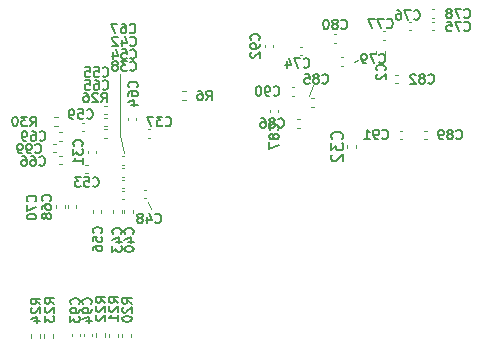
<source format=gbr>
%TF.GenerationSoftware,KiCad,Pcbnew,5.1.9-1.fc33*%
%TF.CreationDate,2021-05-17T09:51:24-07:00*%
%TF.ProjectId,hardware,68617264-7761-4726-952e-6b696361645f,rev?*%
%TF.SameCoordinates,Original*%
%TF.FileFunction,Legend,Bot*%
%TF.FilePolarity,Positive*%
%FSLAX46Y46*%
G04 Gerber Fmt 4.6, Leading zero omitted, Abs format (unit mm)*
G04 Created by KiCad (PCBNEW 5.1.9-1.fc33) date 2021-05-17 09:51:24*
%MOMM*%
%LPD*%
G01*
G04 APERTURE LIST*
%ADD10C,0.120000*%
%ADD11C,0.150000*%
G04 APERTURE END LIST*
D10*
X131889500Y-101409500D02*
X131508500Y-102298500D01*
X135699500Y-99314000D02*
X135318500Y-99441000D01*
X118173500Y-111887000D02*
X117856000Y-111315500D01*
X115506500Y-105600500D02*
X115824000Y-107124500D01*
X115506500Y-100457000D02*
X115506500Y-105600500D01*
%TO.C,C32*%
X134768000Y-106483264D02*
X134768000Y-106698936D01*
X135488000Y-106483264D02*
X135488000Y-106698936D01*
%TO.C,C99*%
X110089836Y-107090800D02*
X109874164Y-107090800D01*
X110089836Y-106370800D02*
X109874164Y-106370800D01*
%TO.C,C94*%
X113163940Y-122454784D02*
X113163940Y-122670456D01*
X112443940Y-122454784D02*
X112443940Y-122670456D01*
%TO.C,C93*%
X112168260Y-122454784D02*
X112168260Y-122670456D01*
X111448260Y-122454784D02*
X111448260Y-122670456D01*
%TO.C,C92*%
X127770300Y-98187336D02*
X127770300Y-97971664D01*
X128490300Y-98187336D02*
X128490300Y-97971664D01*
%TO.C,C91*%
X139211164Y-105253200D02*
X139426836Y-105253200D01*
X139211164Y-105973200D02*
X139426836Y-105973200D01*
%TO.C,C90*%
X130067164Y-101582900D02*
X130282836Y-101582900D01*
X130067164Y-102302900D02*
X130282836Y-102302900D01*
%TO.C,C89*%
X141304124Y-105268440D02*
X141519796Y-105268440D01*
X141304124Y-105988440D02*
X141519796Y-105988440D01*
%TO.C,C87*%
X128202100Y-103701736D02*
X128202100Y-103486064D01*
X128922100Y-103701736D02*
X128922100Y-103486064D01*
%TO.C,C86*%
X130750196Y-105013080D02*
X130534524Y-105013080D01*
X130750196Y-104293080D02*
X130534524Y-104293080D01*
%TO.C,C85*%
X131933836Y-103242700D02*
X131718164Y-103242700D01*
X131933836Y-102522700D02*
X131718164Y-102522700D01*
%TO.C,C82*%
X138830164Y-100528800D02*
X139045836Y-100528800D01*
X138830164Y-101248800D02*
X139045836Y-101248800D01*
%TO.C,C80*%
X133838836Y-97807100D02*
X133623164Y-97807100D01*
X133838836Y-97087100D02*
X133623164Y-97087100D01*
%TO.C,C79*%
X134410336Y-99762900D02*
X134194664Y-99762900D01*
X134410336Y-99042900D02*
X134194664Y-99042900D01*
%TO.C,C78*%
X141916264Y-94991600D02*
X142131936Y-94991600D01*
X141916264Y-95711600D02*
X142131936Y-95711600D01*
%TO.C,C77*%
X137763364Y-96820400D02*
X137979036Y-96820400D01*
X137763364Y-97540400D02*
X137979036Y-97540400D01*
%TO.C,C76*%
X139985864Y-96045700D02*
X140201536Y-96045700D01*
X139985864Y-96765700D02*
X140201536Y-96765700D01*
%TO.C,C75*%
X141916264Y-96045700D02*
X142131936Y-96045700D01*
X141916264Y-96765700D02*
X142131936Y-96765700D01*
%TO.C,C74*%
X130968636Y-98861200D02*
X130752964Y-98861200D01*
X130968636Y-98141200D02*
X130752964Y-98141200D01*
%TO.C,C70*%
X110130000Y-111804336D02*
X110130000Y-111588664D01*
X110850000Y-111804336D02*
X110850000Y-111588664D01*
%TO.C,C69*%
X110597836Y-106100200D02*
X110382164Y-106100200D01*
X110597836Y-105380200D02*
X110382164Y-105380200D01*
%TO.C,C68*%
X111107900Y-111804336D02*
X111107900Y-111588664D01*
X111827900Y-111804336D02*
X111827900Y-111588664D01*
%TO.C,C67*%
X115893736Y-108144900D02*
X115678064Y-108144900D01*
X115893736Y-107424900D02*
X115678064Y-107424900D01*
%TO.C,C66*%
X110597836Y-108081400D02*
X110382164Y-108081400D01*
X110597836Y-107361400D02*
X110382164Y-107361400D01*
%TO.C,C65*%
X114395136Y-104893700D02*
X114179464Y-104893700D01*
X114395136Y-104173700D02*
X114179464Y-104173700D01*
%TO.C,C64*%
X116200600Y-104374836D02*
X116200600Y-104159164D01*
X116920600Y-104374836D02*
X116920600Y-104159164D01*
%TO.C,C59*%
X112274464Y-104567400D02*
X112490136Y-104567400D01*
X112274464Y-105287400D02*
X112490136Y-105287400D01*
%TO.C,C56*%
X113216100Y-112195436D02*
X113216100Y-111979764D01*
X113936100Y-112195436D02*
X113936100Y-111979764D01*
%TO.C,C55*%
X114395136Y-103877700D02*
X114179464Y-103877700D01*
X114395136Y-103157700D02*
X114179464Y-103157700D01*
%TO.C,C54*%
X115881036Y-110113400D02*
X115665364Y-110113400D01*
X115881036Y-109393400D02*
X115665364Y-109393400D01*
%TO.C,C53*%
X112591964Y-108123400D02*
X112807636Y-108123400D01*
X112591964Y-108843400D02*
X112807636Y-108843400D01*
%TO.C,C48*%
X117745396Y-110997320D02*
X117529724Y-110997320D01*
X117745396Y-110277320D02*
X117529724Y-110277320D01*
%TO.C,C43*%
X114943300Y-112203116D02*
X114943300Y-111987444D01*
X115663300Y-112203116D02*
X115663300Y-111987444D01*
%TO.C,C42*%
X115893736Y-109135500D02*
X115678064Y-109135500D01*
X115893736Y-108415500D02*
X115678064Y-108415500D01*
%TO.C,C40*%
X115888180Y-112203116D02*
X115888180Y-111987444D01*
X116608180Y-112203116D02*
X116608180Y-111987444D01*
%TO.C,C38*%
X115881036Y-111053200D02*
X115665364Y-111053200D01*
X115881036Y-110333200D02*
X115665364Y-110333200D01*
%TO.C,C37*%
X117856163Y-105141440D02*
X118071835Y-105141440D01*
X117856163Y-105861440D02*
X118071835Y-105861440D01*
%TO.C,C31*%
X113517000Y-106940464D02*
X113517000Y-107156136D01*
X112797000Y-106940464D02*
X112797000Y-107156136D01*
%TO.C,C2*%
X137939100Y-98507664D02*
X137939100Y-98723336D01*
X137219100Y-98507664D02*
X137219100Y-98723336D01*
%TO.C,R30*%
X110237241Y-104850200D02*
X109929959Y-104850200D01*
X110237241Y-104090200D02*
X109929959Y-104090200D01*
%TO.C,R26*%
X114453641Y-105904300D02*
X114146359Y-105904300D01*
X114453641Y-105144300D02*
X114146359Y-105144300D01*
%TO.C,R24*%
X108761800Y-122797541D02*
X108761800Y-122490259D01*
X108001800Y-122797541D02*
X108001800Y-122490259D01*
%TO.C,R23*%
X109841300Y-122810241D02*
X109841300Y-122502959D01*
X109081300Y-122810241D02*
X109081300Y-122502959D01*
%TO.C,R22*%
X114273600Y-122734041D02*
X114273600Y-122426759D01*
X113513600Y-122734041D02*
X113513600Y-122426759D01*
%TO.C,R21*%
X115378500Y-122746741D02*
X115378500Y-122439459D01*
X114618500Y-122746741D02*
X114618500Y-122439459D01*
%TO.C,R20*%
X116470700Y-122746741D02*
X116470700Y-122439459D01*
X115710700Y-122746741D02*
X115710700Y-122439459D01*
%TO.C,R6*%
X120785919Y-102660720D02*
X121093201Y-102660720D01*
X120785919Y-101900720D02*
X121093201Y-101900720D01*
%TO.C,C32*%
D11*
X134325142Y-105948242D02*
X134372761Y-105900623D01*
X134420380Y-105757766D01*
X134420380Y-105662528D01*
X134372761Y-105519671D01*
X134277523Y-105424433D01*
X134182285Y-105376814D01*
X133991809Y-105329195D01*
X133848952Y-105329195D01*
X133658476Y-105376814D01*
X133563238Y-105424433D01*
X133468000Y-105519671D01*
X133420380Y-105662528D01*
X133420380Y-105757766D01*
X133468000Y-105900623D01*
X133515619Y-105948242D01*
X133420380Y-106281576D02*
X133420380Y-106900623D01*
X133801333Y-106567290D01*
X133801333Y-106710147D01*
X133848952Y-106805385D01*
X133896571Y-106853004D01*
X133991809Y-106900623D01*
X134229904Y-106900623D01*
X134325142Y-106853004D01*
X134372761Y-106805385D01*
X134420380Y-106710147D01*
X134420380Y-106424433D01*
X134372761Y-106329195D01*
X134325142Y-106281576D01*
X133515619Y-107281576D02*
X133468000Y-107329195D01*
X133420380Y-107424433D01*
X133420380Y-107662528D01*
X133468000Y-107757766D01*
X133515619Y-107805385D01*
X133610857Y-107853004D01*
X133706095Y-107853004D01*
X133848952Y-107805385D01*
X134420380Y-107233957D01*
X134420380Y-107853004D01*
%TO.C,C99*%
X108337285Y-107092714D02*
X108375380Y-107130809D01*
X108489666Y-107168904D01*
X108565857Y-107168904D01*
X108680142Y-107130809D01*
X108756333Y-107054619D01*
X108794428Y-106978428D01*
X108832523Y-106826047D01*
X108832523Y-106711761D01*
X108794428Y-106559380D01*
X108756333Y-106483190D01*
X108680142Y-106407000D01*
X108565857Y-106368904D01*
X108489666Y-106368904D01*
X108375380Y-106407000D01*
X108337285Y-106445095D01*
X107956333Y-107168904D02*
X107803952Y-107168904D01*
X107727761Y-107130809D01*
X107689666Y-107092714D01*
X107613476Y-106978428D01*
X107575380Y-106826047D01*
X107575380Y-106521285D01*
X107613476Y-106445095D01*
X107651571Y-106407000D01*
X107727761Y-106368904D01*
X107880142Y-106368904D01*
X107956333Y-106407000D01*
X107994428Y-106445095D01*
X108032523Y-106521285D01*
X108032523Y-106711761D01*
X107994428Y-106787952D01*
X107956333Y-106826047D01*
X107880142Y-106864142D01*
X107727761Y-106864142D01*
X107651571Y-106826047D01*
X107613476Y-106787952D01*
X107575380Y-106711761D01*
X107194428Y-107168904D02*
X107042047Y-107168904D01*
X106965857Y-107130809D01*
X106927761Y-107092714D01*
X106851571Y-106978428D01*
X106813476Y-106826047D01*
X106813476Y-106521285D01*
X106851571Y-106445095D01*
X106889666Y-106407000D01*
X106965857Y-106368904D01*
X107118238Y-106368904D01*
X107194428Y-106407000D01*
X107232523Y-106445095D01*
X107270619Y-106521285D01*
X107270619Y-106711761D01*
X107232523Y-106787952D01*
X107194428Y-106826047D01*
X107118238Y-106864142D01*
X106965857Y-106864142D01*
X106889666Y-106826047D01*
X106851571Y-106787952D01*
X106813476Y-106711761D01*
%TO.C,C94*%
X113061714Y-119945214D02*
X113099809Y-119907119D01*
X113137904Y-119792833D01*
X113137904Y-119716642D01*
X113099809Y-119602357D01*
X113023619Y-119526166D01*
X112947428Y-119488071D01*
X112795047Y-119449976D01*
X112680761Y-119449976D01*
X112528380Y-119488071D01*
X112452190Y-119526166D01*
X112376000Y-119602357D01*
X112337904Y-119716642D01*
X112337904Y-119792833D01*
X112376000Y-119907119D01*
X112414095Y-119945214D01*
X113137904Y-120326166D02*
X113137904Y-120478547D01*
X113099809Y-120554738D01*
X113061714Y-120592833D01*
X112947428Y-120669023D01*
X112795047Y-120707119D01*
X112490285Y-120707119D01*
X112414095Y-120669023D01*
X112376000Y-120630928D01*
X112337904Y-120554738D01*
X112337904Y-120402357D01*
X112376000Y-120326166D01*
X112414095Y-120288071D01*
X112490285Y-120249976D01*
X112680761Y-120249976D01*
X112756952Y-120288071D01*
X112795047Y-120326166D01*
X112833142Y-120402357D01*
X112833142Y-120554738D01*
X112795047Y-120630928D01*
X112756952Y-120669023D01*
X112680761Y-120707119D01*
X112604571Y-121392833D02*
X113137904Y-121392833D01*
X112299809Y-121202357D02*
X112871238Y-121011880D01*
X112871238Y-121507119D01*
%TO.C,C93*%
X112045714Y-119945214D02*
X112083809Y-119907119D01*
X112121904Y-119792833D01*
X112121904Y-119716642D01*
X112083809Y-119602357D01*
X112007619Y-119526166D01*
X111931428Y-119488071D01*
X111779047Y-119449976D01*
X111664761Y-119449976D01*
X111512380Y-119488071D01*
X111436190Y-119526166D01*
X111360000Y-119602357D01*
X111321904Y-119716642D01*
X111321904Y-119792833D01*
X111360000Y-119907119D01*
X111398095Y-119945214D01*
X112121904Y-120326166D02*
X112121904Y-120478547D01*
X112083809Y-120554738D01*
X112045714Y-120592833D01*
X111931428Y-120669023D01*
X111779047Y-120707119D01*
X111474285Y-120707119D01*
X111398095Y-120669023D01*
X111360000Y-120630928D01*
X111321904Y-120554738D01*
X111321904Y-120402357D01*
X111360000Y-120326166D01*
X111398095Y-120288071D01*
X111474285Y-120249976D01*
X111664761Y-120249976D01*
X111740952Y-120288071D01*
X111779047Y-120326166D01*
X111817142Y-120402357D01*
X111817142Y-120554738D01*
X111779047Y-120630928D01*
X111740952Y-120669023D01*
X111664761Y-120707119D01*
X111321904Y-120973785D02*
X111321904Y-121469023D01*
X111626666Y-121202357D01*
X111626666Y-121316642D01*
X111664761Y-121392833D01*
X111702857Y-121430928D01*
X111779047Y-121469023D01*
X111969523Y-121469023D01*
X112045714Y-121430928D01*
X112083809Y-121392833D01*
X112121904Y-121316642D01*
X112121904Y-121088071D01*
X112083809Y-121011880D01*
X112045714Y-120973785D01*
%TO.C,C92*%
X127285714Y-97565214D02*
X127323809Y-97527119D01*
X127361904Y-97412833D01*
X127361904Y-97336642D01*
X127323809Y-97222357D01*
X127247619Y-97146166D01*
X127171428Y-97108071D01*
X127019047Y-97069976D01*
X126904761Y-97069976D01*
X126752380Y-97108071D01*
X126676190Y-97146166D01*
X126600000Y-97222357D01*
X126561904Y-97336642D01*
X126561904Y-97412833D01*
X126600000Y-97527119D01*
X126638095Y-97565214D01*
X127361904Y-97946166D02*
X127361904Y-98098547D01*
X127323809Y-98174738D01*
X127285714Y-98212833D01*
X127171428Y-98289023D01*
X127019047Y-98327119D01*
X126714285Y-98327119D01*
X126638095Y-98289023D01*
X126600000Y-98250928D01*
X126561904Y-98174738D01*
X126561904Y-98022357D01*
X126600000Y-97946166D01*
X126638095Y-97908071D01*
X126714285Y-97869976D01*
X126904761Y-97869976D01*
X126980952Y-97908071D01*
X127019047Y-97946166D01*
X127057142Y-98022357D01*
X127057142Y-98174738D01*
X127019047Y-98250928D01*
X126980952Y-98289023D01*
X126904761Y-98327119D01*
X126638095Y-98631880D02*
X126600000Y-98669976D01*
X126561904Y-98746166D01*
X126561904Y-98936642D01*
X126600000Y-99012833D01*
X126638095Y-99050928D01*
X126714285Y-99089023D01*
X126790476Y-99089023D01*
X126904761Y-99050928D01*
X127361904Y-98593785D01*
X127361904Y-99089023D01*
%TO.C,C91*%
X137737785Y-105886214D02*
X137775880Y-105924309D01*
X137890166Y-105962404D01*
X137966357Y-105962404D01*
X138080642Y-105924309D01*
X138156833Y-105848119D01*
X138194928Y-105771928D01*
X138233023Y-105619547D01*
X138233023Y-105505261D01*
X138194928Y-105352880D01*
X138156833Y-105276690D01*
X138080642Y-105200500D01*
X137966357Y-105162404D01*
X137890166Y-105162404D01*
X137775880Y-105200500D01*
X137737785Y-105238595D01*
X137356833Y-105962404D02*
X137204452Y-105962404D01*
X137128261Y-105924309D01*
X137090166Y-105886214D01*
X137013976Y-105771928D01*
X136975880Y-105619547D01*
X136975880Y-105314785D01*
X137013976Y-105238595D01*
X137052071Y-105200500D01*
X137128261Y-105162404D01*
X137280642Y-105162404D01*
X137356833Y-105200500D01*
X137394928Y-105238595D01*
X137433023Y-105314785D01*
X137433023Y-105505261D01*
X137394928Y-105581452D01*
X137356833Y-105619547D01*
X137280642Y-105657642D01*
X137128261Y-105657642D01*
X137052071Y-105619547D01*
X137013976Y-105581452D01*
X136975880Y-105505261D01*
X136213976Y-105962404D02*
X136671119Y-105962404D01*
X136442547Y-105962404D02*
X136442547Y-105162404D01*
X136518738Y-105276690D01*
X136594928Y-105352880D01*
X136671119Y-105390976D01*
%TO.C,C90*%
X128530285Y-102203214D02*
X128568380Y-102241309D01*
X128682666Y-102279404D01*
X128758857Y-102279404D01*
X128873142Y-102241309D01*
X128949333Y-102165119D01*
X128987428Y-102088928D01*
X129025523Y-101936547D01*
X129025523Y-101822261D01*
X128987428Y-101669880D01*
X128949333Y-101593690D01*
X128873142Y-101517500D01*
X128758857Y-101479404D01*
X128682666Y-101479404D01*
X128568380Y-101517500D01*
X128530285Y-101555595D01*
X128149333Y-102279404D02*
X127996952Y-102279404D01*
X127920761Y-102241309D01*
X127882666Y-102203214D01*
X127806476Y-102088928D01*
X127768380Y-101936547D01*
X127768380Y-101631785D01*
X127806476Y-101555595D01*
X127844571Y-101517500D01*
X127920761Y-101479404D01*
X128073142Y-101479404D01*
X128149333Y-101517500D01*
X128187428Y-101555595D01*
X128225523Y-101631785D01*
X128225523Y-101822261D01*
X128187428Y-101898452D01*
X128149333Y-101936547D01*
X128073142Y-101974642D01*
X127920761Y-101974642D01*
X127844571Y-101936547D01*
X127806476Y-101898452D01*
X127768380Y-101822261D01*
X127273142Y-101479404D02*
X127196952Y-101479404D01*
X127120761Y-101517500D01*
X127082666Y-101555595D01*
X127044571Y-101631785D01*
X127006476Y-101784166D01*
X127006476Y-101974642D01*
X127044571Y-102127023D01*
X127082666Y-102203214D01*
X127120761Y-102241309D01*
X127196952Y-102279404D01*
X127273142Y-102279404D01*
X127349333Y-102241309D01*
X127387428Y-102203214D01*
X127425523Y-102127023D01*
X127463619Y-101974642D01*
X127463619Y-101784166D01*
X127425523Y-101631785D01*
X127387428Y-101555595D01*
X127349333Y-101517500D01*
X127273142Y-101479404D01*
%TO.C,C89*%
X143983645Y-105888754D02*
X144021740Y-105926849D01*
X144136026Y-105964944D01*
X144212217Y-105964944D01*
X144326502Y-105926849D01*
X144402693Y-105850659D01*
X144440788Y-105774468D01*
X144478883Y-105622087D01*
X144478883Y-105507801D01*
X144440788Y-105355420D01*
X144402693Y-105279230D01*
X144326502Y-105203040D01*
X144212217Y-105164944D01*
X144136026Y-105164944D01*
X144021740Y-105203040D01*
X143983645Y-105241135D01*
X143526502Y-105507801D02*
X143602693Y-105469706D01*
X143640788Y-105431611D01*
X143678883Y-105355420D01*
X143678883Y-105317325D01*
X143640788Y-105241135D01*
X143602693Y-105203040D01*
X143526502Y-105164944D01*
X143374121Y-105164944D01*
X143297931Y-105203040D01*
X143259836Y-105241135D01*
X143221740Y-105317325D01*
X143221740Y-105355420D01*
X143259836Y-105431611D01*
X143297931Y-105469706D01*
X143374121Y-105507801D01*
X143526502Y-105507801D01*
X143602693Y-105545897D01*
X143640788Y-105583992D01*
X143678883Y-105660182D01*
X143678883Y-105812563D01*
X143640788Y-105888754D01*
X143602693Y-105926849D01*
X143526502Y-105964944D01*
X143374121Y-105964944D01*
X143297931Y-105926849D01*
X143259836Y-105888754D01*
X143221740Y-105812563D01*
X143221740Y-105660182D01*
X143259836Y-105583992D01*
X143297931Y-105545897D01*
X143374121Y-105507801D01*
X142840788Y-105964944D02*
X142688407Y-105964944D01*
X142612217Y-105926849D01*
X142574121Y-105888754D01*
X142497931Y-105774468D01*
X142459836Y-105622087D01*
X142459836Y-105317325D01*
X142497931Y-105241135D01*
X142536026Y-105203040D01*
X142612217Y-105164944D01*
X142764598Y-105164944D01*
X142840788Y-105203040D01*
X142878883Y-105241135D01*
X142916979Y-105317325D01*
X142916979Y-105507801D01*
X142878883Y-105583992D01*
X142840788Y-105622087D01*
X142764598Y-105660182D01*
X142612217Y-105660182D01*
X142536026Y-105622087D01*
X142497931Y-105583992D01*
X142459836Y-105507801D01*
%TO.C,C87*%
X128873214Y-105213214D02*
X128911309Y-105175119D01*
X128949404Y-105060833D01*
X128949404Y-104984642D01*
X128911309Y-104870357D01*
X128835119Y-104794166D01*
X128758928Y-104756071D01*
X128606547Y-104717976D01*
X128492261Y-104717976D01*
X128339880Y-104756071D01*
X128263690Y-104794166D01*
X128187500Y-104870357D01*
X128149404Y-104984642D01*
X128149404Y-105060833D01*
X128187500Y-105175119D01*
X128225595Y-105213214D01*
X128492261Y-105670357D02*
X128454166Y-105594166D01*
X128416071Y-105556071D01*
X128339880Y-105517976D01*
X128301785Y-105517976D01*
X128225595Y-105556071D01*
X128187500Y-105594166D01*
X128149404Y-105670357D01*
X128149404Y-105822738D01*
X128187500Y-105898928D01*
X128225595Y-105937023D01*
X128301785Y-105975119D01*
X128339880Y-105975119D01*
X128416071Y-105937023D01*
X128454166Y-105898928D01*
X128492261Y-105822738D01*
X128492261Y-105670357D01*
X128530357Y-105594166D01*
X128568452Y-105556071D01*
X128644642Y-105517976D01*
X128797023Y-105517976D01*
X128873214Y-105556071D01*
X128911309Y-105594166D01*
X128949404Y-105670357D01*
X128949404Y-105822738D01*
X128911309Y-105898928D01*
X128873214Y-105937023D01*
X128797023Y-105975119D01*
X128644642Y-105975119D01*
X128568452Y-105937023D01*
X128530357Y-105898928D01*
X128492261Y-105822738D01*
X128149404Y-106241785D02*
X128149404Y-106775119D01*
X128949404Y-106432261D01*
%TO.C,C86*%
X128934145Y-104926094D02*
X128972240Y-104964189D01*
X129086526Y-105002284D01*
X129162717Y-105002284D01*
X129277002Y-104964189D01*
X129353193Y-104887999D01*
X129391288Y-104811808D01*
X129429383Y-104659427D01*
X129429383Y-104545141D01*
X129391288Y-104392760D01*
X129353193Y-104316570D01*
X129277002Y-104240380D01*
X129162717Y-104202284D01*
X129086526Y-104202284D01*
X128972240Y-104240380D01*
X128934145Y-104278475D01*
X128477002Y-104545141D02*
X128553193Y-104507046D01*
X128591288Y-104468951D01*
X128629383Y-104392760D01*
X128629383Y-104354665D01*
X128591288Y-104278475D01*
X128553193Y-104240380D01*
X128477002Y-104202284D01*
X128324621Y-104202284D01*
X128248431Y-104240380D01*
X128210336Y-104278475D01*
X128172240Y-104354665D01*
X128172240Y-104392760D01*
X128210336Y-104468951D01*
X128248431Y-104507046D01*
X128324621Y-104545141D01*
X128477002Y-104545141D01*
X128553193Y-104583237D01*
X128591288Y-104621332D01*
X128629383Y-104697522D01*
X128629383Y-104849903D01*
X128591288Y-104926094D01*
X128553193Y-104964189D01*
X128477002Y-105002284D01*
X128324621Y-105002284D01*
X128248431Y-104964189D01*
X128210336Y-104926094D01*
X128172240Y-104849903D01*
X128172240Y-104697522D01*
X128210336Y-104621332D01*
X128248431Y-104583237D01*
X128324621Y-104545141D01*
X127486526Y-104202284D02*
X127638907Y-104202284D01*
X127715098Y-104240380D01*
X127753193Y-104278475D01*
X127829383Y-104392760D01*
X127867479Y-104545141D01*
X127867479Y-104849903D01*
X127829383Y-104926094D01*
X127791288Y-104964189D01*
X127715098Y-105002284D01*
X127562717Y-105002284D01*
X127486526Y-104964189D01*
X127448431Y-104926094D01*
X127410336Y-104849903D01*
X127410336Y-104659427D01*
X127448431Y-104583237D01*
X127486526Y-104545141D01*
X127562717Y-104507046D01*
X127715098Y-104507046D01*
X127791288Y-104545141D01*
X127829383Y-104583237D01*
X127867479Y-104659427D01*
%TO.C,C85*%
X132657785Y-101187214D02*
X132695880Y-101225309D01*
X132810166Y-101263404D01*
X132886357Y-101263404D01*
X133000642Y-101225309D01*
X133076833Y-101149119D01*
X133114928Y-101072928D01*
X133153023Y-100920547D01*
X133153023Y-100806261D01*
X133114928Y-100653880D01*
X133076833Y-100577690D01*
X133000642Y-100501500D01*
X132886357Y-100463404D01*
X132810166Y-100463404D01*
X132695880Y-100501500D01*
X132657785Y-100539595D01*
X132200642Y-100806261D02*
X132276833Y-100768166D01*
X132314928Y-100730071D01*
X132353023Y-100653880D01*
X132353023Y-100615785D01*
X132314928Y-100539595D01*
X132276833Y-100501500D01*
X132200642Y-100463404D01*
X132048261Y-100463404D01*
X131972071Y-100501500D01*
X131933976Y-100539595D01*
X131895880Y-100615785D01*
X131895880Y-100653880D01*
X131933976Y-100730071D01*
X131972071Y-100768166D01*
X132048261Y-100806261D01*
X132200642Y-100806261D01*
X132276833Y-100844357D01*
X132314928Y-100882452D01*
X132353023Y-100958642D01*
X132353023Y-101111023D01*
X132314928Y-101187214D01*
X132276833Y-101225309D01*
X132200642Y-101263404D01*
X132048261Y-101263404D01*
X131972071Y-101225309D01*
X131933976Y-101187214D01*
X131895880Y-101111023D01*
X131895880Y-100958642D01*
X131933976Y-100882452D01*
X131972071Y-100844357D01*
X132048261Y-100806261D01*
X131172071Y-100463404D02*
X131553023Y-100463404D01*
X131591119Y-100844357D01*
X131553023Y-100806261D01*
X131476833Y-100768166D01*
X131286357Y-100768166D01*
X131210166Y-100806261D01*
X131172071Y-100844357D01*
X131133976Y-100920547D01*
X131133976Y-101111023D01*
X131172071Y-101187214D01*
X131210166Y-101225309D01*
X131286357Y-101263404D01*
X131476833Y-101263404D01*
X131553023Y-101225309D01*
X131591119Y-101187214D01*
%TO.C,C82*%
X141611285Y-101187214D02*
X141649380Y-101225309D01*
X141763666Y-101263404D01*
X141839857Y-101263404D01*
X141954142Y-101225309D01*
X142030333Y-101149119D01*
X142068428Y-101072928D01*
X142106523Y-100920547D01*
X142106523Y-100806261D01*
X142068428Y-100653880D01*
X142030333Y-100577690D01*
X141954142Y-100501500D01*
X141839857Y-100463404D01*
X141763666Y-100463404D01*
X141649380Y-100501500D01*
X141611285Y-100539595D01*
X141154142Y-100806261D02*
X141230333Y-100768166D01*
X141268428Y-100730071D01*
X141306523Y-100653880D01*
X141306523Y-100615785D01*
X141268428Y-100539595D01*
X141230333Y-100501500D01*
X141154142Y-100463404D01*
X141001761Y-100463404D01*
X140925571Y-100501500D01*
X140887476Y-100539595D01*
X140849380Y-100615785D01*
X140849380Y-100653880D01*
X140887476Y-100730071D01*
X140925571Y-100768166D01*
X141001761Y-100806261D01*
X141154142Y-100806261D01*
X141230333Y-100844357D01*
X141268428Y-100882452D01*
X141306523Y-100958642D01*
X141306523Y-101111023D01*
X141268428Y-101187214D01*
X141230333Y-101225309D01*
X141154142Y-101263404D01*
X141001761Y-101263404D01*
X140925571Y-101225309D01*
X140887476Y-101187214D01*
X140849380Y-101111023D01*
X140849380Y-100958642D01*
X140887476Y-100882452D01*
X140925571Y-100844357D01*
X141001761Y-100806261D01*
X140544619Y-100539595D02*
X140506523Y-100501500D01*
X140430333Y-100463404D01*
X140239857Y-100463404D01*
X140163666Y-100501500D01*
X140125571Y-100539595D01*
X140087476Y-100615785D01*
X140087476Y-100691976D01*
X140125571Y-100806261D01*
X140582714Y-101263404D01*
X140087476Y-101263404D01*
%TO.C,C80*%
X134245285Y-96572814D02*
X134283380Y-96610909D01*
X134397666Y-96649004D01*
X134473857Y-96649004D01*
X134588142Y-96610909D01*
X134664333Y-96534719D01*
X134702428Y-96458528D01*
X134740523Y-96306147D01*
X134740523Y-96191861D01*
X134702428Y-96039480D01*
X134664333Y-95963290D01*
X134588142Y-95887100D01*
X134473857Y-95849004D01*
X134397666Y-95849004D01*
X134283380Y-95887100D01*
X134245285Y-95925195D01*
X133788142Y-96191861D02*
X133864333Y-96153766D01*
X133902428Y-96115671D01*
X133940523Y-96039480D01*
X133940523Y-96001385D01*
X133902428Y-95925195D01*
X133864333Y-95887100D01*
X133788142Y-95849004D01*
X133635761Y-95849004D01*
X133559571Y-95887100D01*
X133521476Y-95925195D01*
X133483380Y-96001385D01*
X133483380Y-96039480D01*
X133521476Y-96115671D01*
X133559571Y-96153766D01*
X133635761Y-96191861D01*
X133788142Y-96191861D01*
X133864333Y-96229957D01*
X133902428Y-96268052D01*
X133940523Y-96344242D01*
X133940523Y-96496623D01*
X133902428Y-96572814D01*
X133864333Y-96610909D01*
X133788142Y-96649004D01*
X133635761Y-96649004D01*
X133559571Y-96610909D01*
X133521476Y-96572814D01*
X133483380Y-96496623D01*
X133483380Y-96344242D01*
X133521476Y-96268052D01*
X133559571Y-96229957D01*
X133635761Y-96191861D01*
X132988142Y-95849004D02*
X132911952Y-95849004D01*
X132835761Y-95887100D01*
X132797666Y-95925195D01*
X132759571Y-96001385D01*
X132721476Y-96153766D01*
X132721476Y-96344242D01*
X132759571Y-96496623D01*
X132797666Y-96572814D01*
X132835761Y-96610909D01*
X132911952Y-96649004D01*
X132988142Y-96649004D01*
X133064333Y-96610909D01*
X133102428Y-96572814D01*
X133140523Y-96496623D01*
X133178619Y-96344242D01*
X133178619Y-96153766D01*
X133140523Y-96001385D01*
X133102428Y-95925195D01*
X133064333Y-95887100D01*
X132988142Y-95849004D01*
%TO.C,C79*%
X137483785Y-99472714D02*
X137521880Y-99510809D01*
X137636166Y-99548904D01*
X137712357Y-99548904D01*
X137826642Y-99510809D01*
X137902833Y-99434619D01*
X137940928Y-99358428D01*
X137979023Y-99206047D01*
X137979023Y-99091761D01*
X137940928Y-98939380D01*
X137902833Y-98863190D01*
X137826642Y-98787000D01*
X137712357Y-98748904D01*
X137636166Y-98748904D01*
X137521880Y-98787000D01*
X137483785Y-98825095D01*
X137217119Y-98748904D02*
X136683785Y-98748904D01*
X137026642Y-99548904D01*
X136340928Y-99548904D02*
X136188547Y-99548904D01*
X136112357Y-99510809D01*
X136074261Y-99472714D01*
X135998071Y-99358428D01*
X135959976Y-99206047D01*
X135959976Y-98901285D01*
X135998071Y-98825095D01*
X136036166Y-98787000D01*
X136112357Y-98748904D01*
X136264738Y-98748904D01*
X136340928Y-98787000D01*
X136379023Y-98825095D01*
X136417119Y-98901285D01*
X136417119Y-99091761D01*
X136379023Y-99167952D01*
X136340928Y-99206047D01*
X136264738Y-99244142D01*
X136112357Y-99244142D01*
X136036166Y-99206047D01*
X135998071Y-99167952D01*
X135959976Y-99091761D01*
%TO.C,C78*%
X144659285Y-95662714D02*
X144697380Y-95700809D01*
X144811666Y-95738904D01*
X144887857Y-95738904D01*
X145002142Y-95700809D01*
X145078333Y-95624619D01*
X145116428Y-95548428D01*
X145154523Y-95396047D01*
X145154523Y-95281761D01*
X145116428Y-95129380D01*
X145078333Y-95053190D01*
X145002142Y-94977000D01*
X144887857Y-94938904D01*
X144811666Y-94938904D01*
X144697380Y-94977000D01*
X144659285Y-95015095D01*
X144392619Y-94938904D02*
X143859285Y-94938904D01*
X144202142Y-95738904D01*
X143440238Y-95281761D02*
X143516428Y-95243666D01*
X143554523Y-95205571D01*
X143592619Y-95129380D01*
X143592619Y-95091285D01*
X143554523Y-95015095D01*
X143516428Y-94977000D01*
X143440238Y-94938904D01*
X143287857Y-94938904D01*
X143211666Y-94977000D01*
X143173571Y-95015095D01*
X143135476Y-95091285D01*
X143135476Y-95129380D01*
X143173571Y-95205571D01*
X143211666Y-95243666D01*
X143287857Y-95281761D01*
X143440238Y-95281761D01*
X143516428Y-95319857D01*
X143554523Y-95357952D01*
X143592619Y-95434142D01*
X143592619Y-95586523D01*
X143554523Y-95662714D01*
X143516428Y-95700809D01*
X143440238Y-95738904D01*
X143287857Y-95738904D01*
X143211666Y-95700809D01*
X143173571Y-95662714D01*
X143135476Y-95586523D01*
X143135476Y-95434142D01*
X143173571Y-95357952D01*
X143211666Y-95319857D01*
X143287857Y-95281761D01*
%TO.C,C77*%
X138118785Y-96488214D02*
X138156880Y-96526309D01*
X138271166Y-96564404D01*
X138347357Y-96564404D01*
X138461642Y-96526309D01*
X138537833Y-96450119D01*
X138575928Y-96373928D01*
X138614023Y-96221547D01*
X138614023Y-96107261D01*
X138575928Y-95954880D01*
X138537833Y-95878690D01*
X138461642Y-95802500D01*
X138347357Y-95764404D01*
X138271166Y-95764404D01*
X138156880Y-95802500D01*
X138118785Y-95840595D01*
X137852119Y-95764404D02*
X137318785Y-95764404D01*
X137661642Y-96564404D01*
X137090214Y-95764404D02*
X136556880Y-95764404D01*
X136899738Y-96564404D01*
%TO.C,C76*%
X140404785Y-95789714D02*
X140442880Y-95827809D01*
X140557166Y-95865904D01*
X140633357Y-95865904D01*
X140747642Y-95827809D01*
X140823833Y-95751619D01*
X140861928Y-95675428D01*
X140900023Y-95523047D01*
X140900023Y-95408761D01*
X140861928Y-95256380D01*
X140823833Y-95180190D01*
X140747642Y-95104000D01*
X140633357Y-95065904D01*
X140557166Y-95065904D01*
X140442880Y-95104000D01*
X140404785Y-95142095D01*
X140138119Y-95065904D02*
X139604785Y-95065904D01*
X139947642Y-95865904D01*
X138957166Y-95065904D02*
X139109547Y-95065904D01*
X139185738Y-95104000D01*
X139223833Y-95142095D01*
X139300023Y-95256380D01*
X139338119Y-95408761D01*
X139338119Y-95713523D01*
X139300023Y-95789714D01*
X139261928Y-95827809D01*
X139185738Y-95865904D01*
X139033357Y-95865904D01*
X138957166Y-95827809D01*
X138919071Y-95789714D01*
X138880976Y-95713523D01*
X138880976Y-95523047D01*
X138919071Y-95446857D01*
X138957166Y-95408761D01*
X139033357Y-95370666D01*
X139185738Y-95370666D01*
X139261928Y-95408761D01*
X139300023Y-95446857D01*
X139338119Y-95523047D01*
%TO.C,C75*%
X144659285Y-96742214D02*
X144697380Y-96780309D01*
X144811666Y-96818404D01*
X144887857Y-96818404D01*
X145002142Y-96780309D01*
X145078333Y-96704119D01*
X145116428Y-96627928D01*
X145154523Y-96475547D01*
X145154523Y-96361261D01*
X145116428Y-96208880D01*
X145078333Y-96132690D01*
X145002142Y-96056500D01*
X144887857Y-96018404D01*
X144811666Y-96018404D01*
X144697380Y-96056500D01*
X144659285Y-96094595D01*
X144392619Y-96018404D02*
X143859285Y-96018404D01*
X144202142Y-96818404D01*
X143173571Y-96018404D02*
X143554523Y-96018404D01*
X143592619Y-96399357D01*
X143554523Y-96361261D01*
X143478333Y-96323166D01*
X143287857Y-96323166D01*
X143211666Y-96361261D01*
X143173571Y-96399357D01*
X143135476Y-96475547D01*
X143135476Y-96666023D01*
X143173571Y-96742214D01*
X143211666Y-96780309D01*
X143287857Y-96818404D01*
X143478333Y-96818404D01*
X143554523Y-96780309D01*
X143592619Y-96742214D01*
%TO.C,C74*%
X131070285Y-99853714D02*
X131108380Y-99891809D01*
X131222666Y-99929904D01*
X131298857Y-99929904D01*
X131413142Y-99891809D01*
X131489333Y-99815619D01*
X131527428Y-99739428D01*
X131565523Y-99587047D01*
X131565523Y-99472761D01*
X131527428Y-99320380D01*
X131489333Y-99244190D01*
X131413142Y-99168000D01*
X131298857Y-99129904D01*
X131222666Y-99129904D01*
X131108380Y-99168000D01*
X131070285Y-99206095D01*
X130803619Y-99129904D02*
X130270285Y-99129904D01*
X130613142Y-99929904D01*
X129622666Y-99396571D02*
X129622666Y-99929904D01*
X129813142Y-99091809D02*
X130003619Y-99663238D01*
X129508380Y-99663238D01*
%TO.C,C70*%
X108362714Y-111245714D02*
X108400809Y-111207619D01*
X108438904Y-111093333D01*
X108438904Y-111017142D01*
X108400809Y-110902857D01*
X108324619Y-110826666D01*
X108248428Y-110788571D01*
X108096047Y-110750476D01*
X107981761Y-110750476D01*
X107829380Y-110788571D01*
X107753190Y-110826666D01*
X107677000Y-110902857D01*
X107638904Y-111017142D01*
X107638904Y-111093333D01*
X107677000Y-111207619D01*
X107715095Y-111245714D01*
X107638904Y-111512380D02*
X107638904Y-112045714D01*
X108438904Y-111702857D01*
X107638904Y-112502857D02*
X107638904Y-112579047D01*
X107677000Y-112655238D01*
X107715095Y-112693333D01*
X107791285Y-112731428D01*
X107943666Y-112769523D01*
X108134142Y-112769523D01*
X108286523Y-112731428D01*
X108362714Y-112693333D01*
X108400809Y-112655238D01*
X108438904Y-112579047D01*
X108438904Y-112502857D01*
X108400809Y-112426666D01*
X108362714Y-112388571D01*
X108286523Y-112350476D01*
X108134142Y-112312380D01*
X107943666Y-112312380D01*
X107791285Y-112350476D01*
X107715095Y-112388571D01*
X107677000Y-112426666D01*
X107638904Y-112502857D01*
%TO.C,C69*%
X108718285Y-106013214D02*
X108756380Y-106051309D01*
X108870666Y-106089404D01*
X108946857Y-106089404D01*
X109061142Y-106051309D01*
X109137333Y-105975119D01*
X109175428Y-105898928D01*
X109213523Y-105746547D01*
X109213523Y-105632261D01*
X109175428Y-105479880D01*
X109137333Y-105403690D01*
X109061142Y-105327500D01*
X108946857Y-105289404D01*
X108870666Y-105289404D01*
X108756380Y-105327500D01*
X108718285Y-105365595D01*
X108032571Y-105289404D02*
X108184952Y-105289404D01*
X108261142Y-105327500D01*
X108299238Y-105365595D01*
X108375428Y-105479880D01*
X108413523Y-105632261D01*
X108413523Y-105937023D01*
X108375428Y-106013214D01*
X108337333Y-106051309D01*
X108261142Y-106089404D01*
X108108761Y-106089404D01*
X108032571Y-106051309D01*
X107994476Y-106013214D01*
X107956380Y-105937023D01*
X107956380Y-105746547D01*
X107994476Y-105670357D01*
X108032571Y-105632261D01*
X108108761Y-105594166D01*
X108261142Y-105594166D01*
X108337333Y-105632261D01*
X108375428Y-105670357D01*
X108413523Y-105746547D01*
X107575428Y-106089404D02*
X107423047Y-106089404D01*
X107346857Y-106051309D01*
X107308761Y-106013214D01*
X107232571Y-105898928D01*
X107194476Y-105746547D01*
X107194476Y-105441785D01*
X107232571Y-105365595D01*
X107270666Y-105327500D01*
X107346857Y-105289404D01*
X107499238Y-105289404D01*
X107575428Y-105327500D01*
X107613523Y-105365595D01*
X107651619Y-105441785D01*
X107651619Y-105632261D01*
X107613523Y-105708452D01*
X107575428Y-105746547D01*
X107499238Y-105784642D01*
X107346857Y-105784642D01*
X107270666Y-105746547D01*
X107232571Y-105708452D01*
X107194476Y-105632261D01*
%TO.C,C68*%
X109632714Y-111182214D02*
X109670809Y-111144119D01*
X109708904Y-111029833D01*
X109708904Y-110953642D01*
X109670809Y-110839357D01*
X109594619Y-110763166D01*
X109518428Y-110725071D01*
X109366047Y-110686976D01*
X109251761Y-110686976D01*
X109099380Y-110725071D01*
X109023190Y-110763166D01*
X108947000Y-110839357D01*
X108908904Y-110953642D01*
X108908904Y-111029833D01*
X108947000Y-111144119D01*
X108985095Y-111182214D01*
X108908904Y-111867928D02*
X108908904Y-111715547D01*
X108947000Y-111639357D01*
X108985095Y-111601261D01*
X109099380Y-111525071D01*
X109251761Y-111486976D01*
X109556523Y-111486976D01*
X109632714Y-111525071D01*
X109670809Y-111563166D01*
X109708904Y-111639357D01*
X109708904Y-111791738D01*
X109670809Y-111867928D01*
X109632714Y-111906023D01*
X109556523Y-111944119D01*
X109366047Y-111944119D01*
X109289857Y-111906023D01*
X109251761Y-111867928D01*
X109213666Y-111791738D01*
X109213666Y-111639357D01*
X109251761Y-111563166D01*
X109289857Y-111525071D01*
X109366047Y-111486976D01*
X109251761Y-112401261D02*
X109213666Y-112325071D01*
X109175571Y-112286976D01*
X109099380Y-112248880D01*
X109061285Y-112248880D01*
X108985095Y-112286976D01*
X108947000Y-112325071D01*
X108908904Y-112401261D01*
X108908904Y-112553642D01*
X108947000Y-112629833D01*
X108985095Y-112667928D01*
X109061285Y-112706023D01*
X109099380Y-112706023D01*
X109175571Y-112667928D01*
X109213666Y-112629833D01*
X109251761Y-112553642D01*
X109251761Y-112401261D01*
X109289857Y-112325071D01*
X109327952Y-112286976D01*
X109404142Y-112248880D01*
X109556523Y-112248880D01*
X109632714Y-112286976D01*
X109670809Y-112325071D01*
X109708904Y-112401261D01*
X109708904Y-112553642D01*
X109670809Y-112629833D01*
X109632714Y-112667928D01*
X109556523Y-112706023D01*
X109404142Y-112706023D01*
X109327952Y-112667928D01*
X109289857Y-112629833D01*
X109251761Y-112553642D01*
%TO.C,C67*%
X116338285Y-96932714D02*
X116376380Y-96970809D01*
X116490666Y-97008904D01*
X116566857Y-97008904D01*
X116681142Y-96970809D01*
X116757333Y-96894619D01*
X116795428Y-96818428D01*
X116833523Y-96666047D01*
X116833523Y-96551761D01*
X116795428Y-96399380D01*
X116757333Y-96323190D01*
X116681142Y-96247000D01*
X116566857Y-96208904D01*
X116490666Y-96208904D01*
X116376380Y-96247000D01*
X116338285Y-96285095D01*
X115652571Y-96208904D02*
X115804952Y-96208904D01*
X115881142Y-96247000D01*
X115919238Y-96285095D01*
X115995428Y-96399380D01*
X116033523Y-96551761D01*
X116033523Y-96856523D01*
X115995428Y-96932714D01*
X115957333Y-96970809D01*
X115881142Y-97008904D01*
X115728761Y-97008904D01*
X115652571Y-96970809D01*
X115614476Y-96932714D01*
X115576380Y-96856523D01*
X115576380Y-96666047D01*
X115614476Y-96589857D01*
X115652571Y-96551761D01*
X115728761Y-96513666D01*
X115881142Y-96513666D01*
X115957333Y-96551761D01*
X115995428Y-96589857D01*
X116033523Y-96666047D01*
X115309714Y-96208904D02*
X114776380Y-96208904D01*
X115119238Y-97008904D01*
%TO.C,C66*%
X108708125Y-108144274D02*
X108746220Y-108182369D01*
X108860506Y-108220464D01*
X108936697Y-108220464D01*
X109050982Y-108182369D01*
X109127173Y-108106179D01*
X109165268Y-108029988D01*
X109203363Y-107877607D01*
X109203363Y-107763321D01*
X109165268Y-107610940D01*
X109127173Y-107534750D01*
X109050982Y-107458560D01*
X108936697Y-107420464D01*
X108860506Y-107420464D01*
X108746220Y-107458560D01*
X108708125Y-107496655D01*
X108022411Y-107420464D02*
X108174792Y-107420464D01*
X108250982Y-107458560D01*
X108289078Y-107496655D01*
X108365268Y-107610940D01*
X108403363Y-107763321D01*
X108403363Y-108068083D01*
X108365268Y-108144274D01*
X108327173Y-108182369D01*
X108250982Y-108220464D01*
X108098601Y-108220464D01*
X108022411Y-108182369D01*
X107984316Y-108144274D01*
X107946220Y-108068083D01*
X107946220Y-107877607D01*
X107984316Y-107801417D01*
X108022411Y-107763321D01*
X108098601Y-107725226D01*
X108250982Y-107725226D01*
X108327173Y-107763321D01*
X108365268Y-107801417D01*
X108403363Y-107877607D01*
X107260506Y-107420464D02*
X107412887Y-107420464D01*
X107489078Y-107458560D01*
X107527173Y-107496655D01*
X107603363Y-107610940D01*
X107641459Y-107763321D01*
X107641459Y-108068083D01*
X107603363Y-108144274D01*
X107565268Y-108182369D01*
X107489078Y-108220464D01*
X107336697Y-108220464D01*
X107260506Y-108182369D01*
X107222411Y-108144274D01*
X107184316Y-108068083D01*
X107184316Y-107877607D01*
X107222411Y-107801417D01*
X107260506Y-107763321D01*
X107336697Y-107725226D01*
X107489078Y-107725226D01*
X107565268Y-107763321D01*
X107603363Y-107801417D01*
X107641459Y-107877607D01*
%TO.C,C65*%
X114052285Y-101695214D02*
X114090380Y-101733309D01*
X114204666Y-101771404D01*
X114280857Y-101771404D01*
X114395142Y-101733309D01*
X114471333Y-101657119D01*
X114509428Y-101580928D01*
X114547523Y-101428547D01*
X114547523Y-101314261D01*
X114509428Y-101161880D01*
X114471333Y-101085690D01*
X114395142Y-101009500D01*
X114280857Y-100971404D01*
X114204666Y-100971404D01*
X114090380Y-101009500D01*
X114052285Y-101047595D01*
X113366571Y-100971404D02*
X113518952Y-100971404D01*
X113595142Y-101009500D01*
X113633238Y-101047595D01*
X113709428Y-101161880D01*
X113747523Y-101314261D01*
X113747523Y-101619023D01*
X113709428Y-101695214D01*
X113671333Y-101733309D01*
X113595142Y-101771404D01*
X113442761Y-101771404D01*
X113366571Y-101733309D01*
X113328476Y-101695214D01*
X113290380Y-101619023D01*
X113290380Y-101428547D01*
X113328476Y-101352357D01*
X113366571Y-101314261D01*
X113442761Y-101276166D01*
X113595142Y-101276166D01*
X113671333Y-101314261D01*
X113709428Y-101352357D01*
X113747523Y-101428547D01*
X112566571Y-100971404D02*
X112947523Y-100971404D01*
X112985619Y-101352357D01*
X112947523Y-101314261D01*
X112871333Y-101276166D01*
X112680857Y-101276166D01*
X112604666Y-101314261D01*
X112566571Y-101352357D01*
X112528476Y-101428547D01*
X112528476Y-101619023D01*
X112566571Y-101695214D01*
X112604666Y-101733309D01*
X112680857Y-101771404D01*
X112871333Y-101771404D01*
X112947523Y-101733309D01*
X112985619Y-101695214D01*
%TO.C,C64*%
X116935214Y-101593714D02*
X116973309Y-101555619D01*
X117011404Y-101441333D01*
X117011404Y-101365142D01*
X116973309Y-101250857D01*
X116897119Y-101174666D01*
X116820928Y-101136571D01*
X116668547Y-101098476D01*
X116554261Y-101098476D01*
X116401880Y-101136571D01*
X116325690Y-101174666D01*
X116249500Y-101250857D01*
X116211404Y-101365142D01*
X116211404Y-101441333D01*
X116249500Y-101555619D01*
X116287595Y-101593714D01*
X116211404Y-102279428D02*
X116211404Y-102127047D01*
X116249500Y-102050857D01*
X116287595Y-102012761D01*
X116401880Y-101936571D01*
X116554261Y-101898476D01*
X116859023Y-101898476D01*
X116935214Y-101936571D01*
X116973309Y-101974666D01*
X117011404Y-102050857D01*
X117011404Y-102203238D01*
X116973309Y-102279428D01*
X116935214Y-102317523D01*
X116859023Y-102355619D01*
X116668547Y-102355619D01*
X116592357Y-102317523D01*
X116554261Y-102279428D01*
X116516166Y-102203238D01*
X116516166Y-102050857D01*
X116554261Y-101974666D01*
X116592357Y-101936571D01*
X116668547Y-101898476D01*
X116478071Y-103041333D02*
X117011404Y-103041333D01*
X116173309Y-102850857D02*
X116744738Y-102660380D01*
X116744738Y-103155619D01*
%TO.C,C59*%
X112718785Y-104171714D02*
X112756880Y-104209809D01*
X112871166Y-104247904D01*
X112947357Y-104247904D01*
X113061642Y-104209809D01*
X113137833Y-104133619D01*
X113175928Y-104057428D01*
X113214023Y-103905047D01*
X113214023Y-103790761D01*
X113175928Y-103638380D01*
X113137833Y-103562190D01*
X113061642Y-103486000D01*
X112947357Y-103447904D01*
X112871166Y-103447904D01*
X112756880Y-103486000D01*
X112718785Y-103524095D01*
X111994976Y-103447904D02*
X112375928Y-103447904D01*
X112414023Y-103828857D01*
X112375928Y-103790761D01*
X112299738Y-103752666D01*
X112109261Y-103752666D01*
X112033071Y-103790761D01*
X111994976Y-103828857D01*
X111956880Y-103905047D01*
X111956880Y-104095523D01*
X111994976Y-104171714D01*
X112033071Y-104209809D01*
X112109261Y-104247904D01*
X112299738Y-104247904D01*
X112375928Y-104209809D01*
X112414023Y-104171714D01*
X111575928Y-104247904D02*
X111423547Y-104247904D01*
X111347357Y-104209809D01*
X111309261Y-104171714D01*
X111233071Y-104057428D01*
X111194976Y-103905047D01*
X111194976Y-103600285D01*
X111233071Y-103524095D01*
X111271166Y-103486000D01*
X111347357Y-103447904D01*
X111499738Y-103447904D01*
X111575928Y-103486000D01*
X111614023Y-103524095D01*
X111652119Y-103600285D01*
X111652119Y-103790761D01*
X111614023Y-103866952D01*
X111575928Y-103905047D01*
X111499738Y-103943142D01*
X111347357Y-103943142D01*
X111271166Y-103905047D01*
X111233071Y-103866952D01*
X111194976Y-103790761D01*
%TO.C,C56*%
X113950714Y-113912714D02*
X113988809Y-113874619D01*
X114026904Y-113760333D01*
X114026904Y-113684142D01*
X113988809Y-113569857D01*
X113912619Y-113493666D01*
X113836428Y-113455571D01*
X113684047Y-113417476D01*
X113569761Y-113417476D01*
X113417380Y-113455571D01*
X113341190Y-113493666D01*
X113265000Y-113569857D01*
X113226904Y-113684142D01*
X113226904Y-113760333D01*
X113265000Y-113874619D01*
X113303095Y-113912714D01*
X113226904Y-114636523D02*
X113226904Y-114255571D01*
X113607857Y-114217476D01*
X113569761Y-114255571D01*
X113531666Y-114331761D01*
X113531666Y-114522238D01*
X113569761Y-114598428D01*
X113607857Y-114636523D01*
X113684047Y-114674619D01*
X113874523Y-114674619D01*
X113950714Y-114636523D01*
X113988809Y-114598428D01*
X114026904Y-114522238D01*
X114026904Y-114331761D01*
X113988809Y-114255571D01*
X113950714Y-114217476D01*
X113226904Y-115360333D02*
X113226904Y-115207952D01*
X113265000Y-115131761D01*
X113303095Y-115093666D01*
X113417380Y-115017476D01*
X113569761Y-114979380D01*
X113874523Y-114979380D01*
X113950714Y-115017476D01*
X113988809Y-115055571D01*
X114026904Y-115131761D01*
X114026904Y-115284142D01*
X113988809Y-115360333D01*
X113950714Y-115398428D01*
X113874523Y-115436523D01*
X113684047Y-115436523D01*
X113607857Y-115398428D01*
X113569761Y-115360333D01*
X113531666Y-115284142D01*
X113531666Y-115131761D01*
X113569761Y-115055571D01*
X113607857Y-115017476D01*
X113684047Y-114979380D01*
%TO.C,C55*%
X114052285Y-100615714D02*
X114090380Y-100653809D01*
X114204666Y-100691904D01*
X114280857Y-100691904D01*
X114395142Y-100653809D01*
X114471333Y-100577619D01*
X114509428Y-100501428D01*
X114547523Y-100349047D01*
X114547523Y-100234761D01*
X114509428Y-100082380D01*
X114471333Y-100006190D01*
X114395142Y-99930000D01*
X114280857Y-99891904D01*
X114204666Y-99891904D01*
X114090380Y-99930000D01*
X114052285Y-99968095D01*
X113328476Y-99891904D02*
X113709428Y-99891904D01*
X113747523Y-100272857D01*
X113709428Y-100234761D01*
X113633238Y-100196666D01*
X113442761Y-100196666D01*
X113366571Y-100234761D01*
X113328476Y-100272857D01*
X113290380Y-100349047D01*
X113290380Y-100539523D01*
X113328476Y-100615714D01*
X113366571Y-100653809D01*
X113442761Y-100691904D01*
X113633238Y-100691904D01*
X113709428Y-100653809D01*
X113747523Y-100615714D01*
X112566571Y-99891904D02*
X112947523Y-99891904D01*
X112985619Y-100272857D01*
X112947523Y-100234761D01*
X112871333Y-100196666D01*
X112680857Y-100196666D01*
X112604666Y-100234761D01*
X112566571Y-100272857D01*
X112528476Y-100349047D01*
X112528476Y-100539523D01*
X112566571Y-100615714D01*
X112604666Y-100653809D01*
X112680857Y-100691904D01*
X112871333Y-100691904D01*
X112947523Y-100653809D01*
X112985619Y-100615714D01*
%TO.C,C54*%
X116401785Y-99091714D02*
X116439880Y-99129809D01*
X116554166Y-99167904D01*
X116630357Y-99167904D01*
X116744642Y-99129809D01*
X116820833Y-99053619D01*
X116858928Y-98977428D01*
X116897023Y-98825047D01*
X116897023Y-98710761D01*
X116858928Y-98558380D01*
X116820833Y-98482190D01*
X116744642Y-98406000D01*
X116630357Y-98367904D01*
X116554166Y-98367904D01*
X116439880Y-98406000D01*
X116401785Y-98444095D01*
X115677976Y-98367904D02*
X116058928Y-98367904D01*
X116097023Y-98748857D01*
X116058928Y-98710761D01*
X115982738Y-98672666D01*
X115792261Y-98672666D01*
X115716071Y-98710761D01*
X115677976Y-98748857D01*
X115639880Y-98825047D01*
X115639880Y-99015523D01*
X115677976Y-99091714D01*
X115716071Y-99129809D01*
X115792261Y-99167904D01*
X115982738Y-99167904D01*
X116058928Y-99129809D01*
X116097023Y-99091714D01*
X114954166Y-98634571D02*
X114954166Y-99167904D01*
X115144642Y-98329809D02*
X115335119Y-98901238D01*
X114839880Y-98901238D01*
%TO.C,C53*%
X113214085Y-109929114D02*
X113252180Y-109967209D01*
X113366466Y-110005304D01*
X113442657Y-110005304D01*
X113556942Y-109967209D01*
X113633133Y-109891019D01*
X113671228Y-109814828D01*
X113709323Y-109662447D01*
X113709323Y-109548161D01*
X113671228Y-109395780D01*
X113633133Y-109319590D01*
X113556942Y-109243400D01*
X113442657Y-109205304D01*
X113366466Y-109205304D01*
X113252180Y-109243400D01*
X113214085Y-109281495D01*
X112490276Y-109205304D02*
X112871228Y-109205304D01*
X112909323Y-109586257D01*
X112871228Y-109548161D01*
X112795038Y-109510066D01*
X112604561Y-109510066D01*
X112528371Y-109548161D01*
X112490276Y-109586257D01*
X112452180Y-109662447D01*
X112452180Y-109852923D01*
X112490276Y-109929114D01*
X112528371Y-109967209D01*
X112604561Y-110005304D01*
X112795038Y-110005304D01*
X112871228Y-109967209D01*
X112909323Y-109929114D01*
X112185514Y-109205304D02*
X111690276Y-109205304D01*
X111956942Y-109510066D01*
X111842657Y-109510066D01*
X111766466Y-109548161D01*
X111728371Y-109586257D01*
X111690276Y-109662447D01*
X111690276Y-109852923D01*
X111728371Y-109929114D01*
X111766466Y-109967209D01*
X111842657Y-110005304D01*
X112071228Y-110005304D01*
X112147419Y-109967209D01*
X112185514Y-109929114D01*
%TO.C,C48*%
X118497285Y-112998214D02*
X118535380Y-113036309D01*
X118649666Y-113074404D01*
X118725857Y-113074404D01*
X118840142Y-113036309D01*
X118916333Y-112960119D01*
X118954428Y-112883928D01*
X118992523Y-112731547D01*
X118992523Y-112617261D01*
X118954428Y-112464880D01*
X118916333Y-112388690D01*
X118840142Y-112312500D01*
X118725857Y-112274404D01*
X118649666Y-112274404D01*
X118535380Y-112312500D01*
X118497285Y-112350595D01*
X117811571Y-112541071D02*
X117811571Y-113074404D01*
X118002047Y-112236309D02*
X118192523Y-112807738D01*
X117697285Y-112807738D01*
X117278238Y-112617261D02*
X117354428Y-112579166D01*
X117392523Y-112541071D01*
X117430619Y-112464880D01*
X117430619Y-112426785D01*
X117392523Y-112350595D01*
X117354428Y-112312500D01*
X117278238Y-112274404D01*
X117125857Y-112274404D01*
X117049666Y-112312500D01*
X117011571Y-112350595D01*
X116973476Y-112426785D01*
X116973476Y-112464880D01*
X117011571Y-112541071D01*
X117049666Y-112579166D01*
X117125857Y-112617261D01*
X117278238Y-112617261D01*
X117354428Y-112655357D01*
X117392523Y-112693452D01*
X117430619Y-112769642D01*
X117430619Y-112922023D01*
X117392523Y-112998214D01*
X117354428Y-113036309D01*
X117278238Y-113074404D01*
X117125857Y-113074404D01*
X117049666Y-113036309D01*
X117011571Y-112998214D01*
X116973476Y-112922023D01*
X116973476Y-112769642D01*
X117011571Y-112693452D01*
X117049666Y-112655357D01*
X117125857Y-112617261D01*
%TO.C,C43*%
X115601714Y-113976214D02*
X115639809Y-113938119D01*
X115677904Y-113823833D01*
X115677904Y-113747642D01*
X115639809Y-113633357D01*
X115563619Y-113557166D01*
X115487428Y-113519071D01*
X115335047Y-113480976D01*
X115220761Y-113480976D01*
X115068380Y-113519071D01*
X114992190Y-113557166D01*
X114916000Y-113633357D01*
X114877904Y-113747642D01*
X114877904Y-113823833D01*
X114916000Y-113938119D01*
X114954095Y-113976214D01*
X115144571Y-114661928D02*
X115677904Y-114661928D01*
X114839809Y-114471452D02*
X115411238Y-114280976D01*
X115411238Y-114776214D01*
X114877904Y-115004785D02*
X114877904Y-115500023D01*
X115182666Y-115233357D01*
X115182666Y-115347642D01*
X115220761Y-115423833D01*
X115258857Y-115461928D01*
X115335047Y-115500023D01*
X115525523Y-115500023D01*
X115601714Y-115461928D01*
X115639809Y-115423833D01*
X115677904Y-115347642D01*
X115677904Y-115119071D01*
X115639809Y-115042880D01*
X115601714Y-115004785D01*
%TO.C,C42*%
X116401785Y-98012214D02*
X116439880Y-98050309D01*
X116554166Y-98088404D01*
X116630357Y-98088404D01*
X116744642Y-98050309D01*
X116820833Y-97974119D01*
X116858928Y-97897928D01*
X116897023Y-97745547D01*
X116897023Y-97631261D01*
X116858928Y-97478880D01*
X116820833Y-97402690D01*
X116744642Y-97326500D01*
X116630357Y-97288404D01*
X116554166Y-97288404D01*
X116439880Y-97326500D01*
X116401785Y-97364595D01*
X115716071Y-97555071D02*
X115716071Y-98088404D01*
X115906547Y-97250309D02*
X116097023Y-97821738D01*
X115601785Y-97821738D01*
X115335119Y-97364595D02*
X115297023Y-97326500D01*
X115220833Y-97288404D01*
X115030357Y-97288404D01*
X114954166Y-97326500D01*
X114916071Y-97364595D01*
X114877976Y-97440785D01*
X114877976Y-97516976D01*
X114916071Y-97631261D01*
X115373214Y-98088404D01*
X114877976Y-98088404D01*
%TO.C,C40*%
X116617714Y-113976214D02*
X116655809Y-113938119D01*
X116693904Y-113823833D01*
X116693904Y-113747642D01*
X116655809Y-113633357D01*
X116579619Y-113557166D01*
X116503428Y-113519071D01*
X116351047Y-113480976D01*
X116236761Y-113480976D01*
X116084380Y-113519071D01*
X116008190Y-113557166D01*
X115932000Y-113633357D01*
X115893904Y-113747642D01*
X115893904Y-113823833D01*
X115932000Y-113938119D01*
X115970095Y-113976214D01*
X116160571Y-114661928D02*
X116693904Y-114661928D01*
X115855809Y-114471452D02*
X116427238Y-114280976D01*
X116427238Y-114776214D01*
X115893904Y-115233357D02*
X115893904Y-115309547D01*
X115932000Y-115385738D01*
X115970095Y-115423833D01*
X116046285Y-115461928D01*
X116198666Y-115500023D01*
X116389142Y-115500023D01*
X116541523Y-115461928D01*
X116617714Y-115423833D01*
X116655809Y-115385738D01*
X116693904Y-115309547D01*
X116693904Y-115233357D01*
X116655809Y-115157166D01*
X116617714Y-115119071D01*
X116541523Y-115080976D01*
X116389142Y-115042880D01*
X116198666Y-115042880D01*
X116046285Y-115080976D01*
X115970095Y-115119071D01*
X115932000Y-115157166D01*
X115893904Y-115233357D01*
%TO.C,C38*%
X116401785Y-100107714D02*
X116439880Y-100145809D01*
X116554166Y-100183904D01*
X116630357Y-100183904D01*
X116744642Y-100145809D01*
X116820833Y-100069619D01*
X116858928Y-99993428D01*
X116897023Y-99841047D01*
X116897023Y-99726761D01*
X116858928Y-99574380D01*
X116820833Y-99498190D01*
X116744642Y-99422000D01*
X116630357Y-99383904D01*
X116554166Y-99383904D01*
X116439880Y-99422000D01*
X116401785Y-99460095D01*
X116135119Y-99383904D02*
X115639880Y-99383904D01*
X115906547Y-99688666D01*
X115792261Y-99688666D01*
X115716071Y-99726761D01*
X115677976Y-99764857D01*
X115639880Y-99841047D01*
X115639880Y-100031523D01*
X115677976Y-100107714D01*
X115716071Y-100145809D01*
X115792261Y-100183904D01*
X116020833Y-100183904D01*
X116097023Y-100145809D01*
X116135119Y-100107714D01*
X115182738Y-99726761D02*
X115258928Y-99688666D01*
X115297023Y-99650571D01*
X115335119Y-99574380D01*
X115335119Y-99536285D01*
X115297023Y-99460095D01*
X115258928Y-99422000D01*
X115182738Y-99383904D01*
X115030357Y-99383904D01*
X114954166Y-99422000D01*
X114916071Y-99460095D01*
X114877976Y-99536285D01*
X114877976Y-99574380D01*
X114916071Y-99650571D01*
X114954166Y-99688666D01*
X115030357Y-99726761D01*
X115182738Y-99726761D01*
X115258928Y-99764857D01*
X115297023Y-99802952D01*
X115335119Y-99879142D01*
X115335119Y-100031523D01*
X115297023Y-100107714D01*
X115258928Y-100145809D01*
X115182738Y-100183904D01*
X115030357Y-100183904D01*
X114954166Y-100145809D01*
X114916071Y-100107714D01*
X114877976Y-100031523D01*
X114877976Y-99879142D01*
X114916071Y-99802952D01*
X114954166Y-99764857D01*
X115030357Y-99726761D01*
%TO.C,C37*%
X119379984Y-104783854D02*
X119418079Y-104821949D01*
X119532365Y-104860044D01*
X119608556Y-104860044D01*
X119722841Y-104821949D01*
X119799032Y-104745759D01*
X119837127Y-104669568D01*
X119875222Y-104517187D01*
X119875222Y-104402901D01*
X119837127Y-104250520D01*
X119799032Y-104174330D01*
X119722841Y-104098140D01*
X119608556Y-104060044D01*
X119532365Y-104060044D01*
X119418079Y-104098140D01*
X119379984Y-104136235D01*
X119113318Y-104060044D02*
X118618079Y-104060044D01*
X118884746Y-104364806D01*
X118770460Y-104364806D01*
X118694270Y-104402901D01*
X118656175Y-104440997D01*
X118618079Y-104517187D01*
X118618079Y-104707663D01*
X118656175Y-104783854D01*
X118694270Y-104821949D01*
X118770460Y-104860044D01*
X118999032Y-104860044D01*
X119075222Y-104821949D01*
X119113318Y-104783854D01*
X118351413Y-104060044D02*
X117818079Y-104060044D01*
X118160937Y-104860044D01*
%TO.C,C31*%
X112282714Y-106534014D02*
X112320809Y-106495919D01*
X112358904Y-106381633D01*
X112358904Y-106305442D01*
X112320809Y-106191157D01*
X112244619Y-106114966D01*
X112168428Y-106076871D01*
X112016047Y-106038776D01*
X111901761Y-106038776D01*
X111749380Y-106076871D01*
X111673190Y-106114966D01*
X111597000Y-106191157D01*
X111558904Y-106305442D01*
X111558904Y-106381633D01*
X111597000Y-106495919D01*
X111635095Y-106534014D01*
X111558904Y-106800680D02*
X111558904Y-107295919D01*
X111863666Y-107029252D01*
X111863666Y-107143538D01*
X111901761Y-107219728D01*
X111939857Y-107257823D01*
X112016047Y-107295919D01*
X112206523Y-107295919D01*
X112282714Y-107257823D01*
X112320809Y-107219728D01*
X112358904Y-107143538D01*
X112358904Y-106914966D01*
X112320809Y-106838776D01*
X112282714Y-106800680D01*
X112358904Y-108057823D02*
X112358904Y-107600680D01*
X112358904Y-107829252D02*
X111558904Y-107829252D01*
X111673190Y-107753061D01*
X111749380Y-107676871D01*
X111787476Y-107600680D01*
%TO.C,C2*%
X137928314Y-100158566D02*
X137966409Y-100120471D01*
X138004504Y-100006185D01*
X138004504Y-99929995D01*
X137966409Y-99815709D01*
X137890219Y-99739519D01*
X137814028Y-99701423D01*
X137661647Y-99663328D01*
X137547361Y-99663328D01*
X137394980Y-99701423D01*
X137318790Y-99739519D01*
X137242600Y-99815709D01*
X137204504Y-99929995D01*
X137204504Y-100006185D01*
X137242600Y-100120471D01*
X137280695Y-100158566D01*
X137280695Y-100463328D02*
X137242600Y-100501423D01*
X137204504Y-100577614D01*
X137204504Y-100768090D01*
X137242600Y-100844280D01*
X137280695Y-100882376D01*
X137356885Y-100920471D01*
X137433076Y-100920471D01*
X137547361Y-100882376D01*
X138004504Y-100425233D01*
X138004504Y-100920471D01*
%TO.C,R30*%
X107935965Y-104867664D02*
X108202632Y-104486712D01*
X108393108Y-104867664D02*
X108393108Y-104067664D01*
X108088346Y-104067664D01*
X108012156Y-104105760D01*
X107974060Y-104143855D01*
X107935965Y-104220045D01*
X107935965Y-104334331D01*
X107974060Y-104410521D01*
X108012156Y-104448617D01*
X108088346Y-104486712D01*
X108393108Y-104486712D01*
X107669299Y-104067664D02*
X107174060Y-104067664D01*
X107440727Y-104372426D01*
X107326441Y-104372426D01*
X107250251Y-104410521D01*
X107212156Y-104448617D01*
X107174060Y-104524807D01*
X107174060Y-104715283D01*
X107212156Y-104791474D01*
X107250251Y-104829569D01*
X107326441Y-104867664D01*
X107555013Y-104867664D01*
X107631203Y-104829569D01*
X107669299Y-104791474D01*
X106678822Y-104067664D02*
X106602632Y-104067664D01*
X106526441Y-104105760D01*
X106488346Y-104143855D01*
X106450251Y-104220045D01*
X106412156Y-104372426D01*
X106412156Y-104562902D01*
X106450251Y-104715283D01*
X106488346Y-104791474D01*
X106526441Y-104829569D01*
X106602632Y-104867664D01*
X106678822Y-104867664D01*
X106755013Y-104829569D01*
X106793108Y-104791474D01*
X106831203Y-104715283D01*
X106869299Y-104562902D01*
X106869299Y-104372426D01*
X106831203Y-104220045D01*
X106793108Y-104143855D01*
X106755013Y-104105760D01*
X106678822Y-104067664D01*
%TO.C,R26*%
X113925285Y-102850904D02*
X114191952Y-102469952D01*
X114382428Y-102850904D02*
X114382428Y-102050904D01*
X114077666Y-102050904D01*
X114001476Y-102089000D01*
X113963380Y-102127095D01*
X113925285Y-102203285D01*
X113925285Y-102317571D01*
X113963380Y-102393761D01*
X114001476Y-102431857D01*
X114077666Y-102469952D01*
X114382428Y-102469952D01*
X113620523Y-102127095D02*
X113582428Y-102089000D01*
X113506238Y-102050904D01*
X113315761Y-102050904D01*
X113239571Y-102089000D01*
X113201476Y-102127095D01*
X113163380Y-102203285D01*
X113163380Y-102279476D01*
X113201476Y-102393761D01*
X113658619Y-102850904D01*
X113163380Y-102850904D01*
X112477666Y-102050904D02*
X112630047Y-102050904D01*
X112706238Y-102089000D01*
X112744333Y-102127095D01*
X112820523Y-102241380D01*
X112858619Y-102393761D01*
X112858619Y-102698523D01*
X112820523Y-102774714D01*
X112782428Y-102812809D01*
X112706238Y-102850904D01*
X112553857Y-102850904D01*
X112477666Y-102812809D01*
X112439571Y-102774714D01*
X112401476Y-102698523D01*
X112401476Y-102508047D01*
X112439571Y-102431857D01*
X112477666Y-102393761D01*
X112553857Y-102355666D01*
X112706238Y-102355666D01*
X112782428Y-102393761D01*
X112820523Y-102431857D01*
X112858619Y-102508047D01*
%TO.C,R24*%
X108789424Y-119952834D02*
X108408472Y-119686167D01*
X108789424Y-119495691D02*
X107989424Y-119495691D01*
X107989424Y-119800453D01*
X108027520Y-119876643D01*
X108065615Y-119914739D01*
X108141805Y-119952834D01*
X108256091Y-119952834D01*
X108332281Y-119914739D01*
X108370377Y-119876643D01*
X108408472Y-119800453D01*
X108408472Y-119495691D01*
X108065615Y-120257596D02*
X108027520Y-120295691D01*
X107989424Y-120371881D01*
X107989424Y-120562358D01*
X108027520Y-120638548D01*
X108065615Y-120676643D01*
X108141805Y-120714739D01*
X108217996Y-120714739D01*
X108332281Y-120676643D01*
X108789424Y-120219500D01*
X108789424Y-120714739D01*
X108256091Y-121400453D02*
X108789424Y-121400453D01*
X107951329Y-121209977D02*
X108522758Y-121019500D01*
X108522758Y-121514739D01*
%TO.C,R23*%
X109950204Y-119907114D02*
X109569252Y-119640447D01*
X109950204Y-119449971D02*
X109150204Y-119449971D01*
X109150204Y-119754733D01*
X109188300Y-119830923D01*
X109226395Y-119869019D01*
X109302585Y-119907114D01*
X109416871Y-119907114D01*
X109493061Y-119869019D01*
X109531157Y-119830923D01*
X109569252Y-119754733D01*
X109569252Y-119449971D01*
X109226395Y-120211876D02*
X109188300Y-120249971D01*
X109150204Y-120326161D01*
X109150204Y-120516638D01*
X109188300Y-120592828D01*
X109226395Y-120630923D01*
X109302585Y-120669019D01*
X109378776Y-120669019D01*
X109493061Y-120630923D01*
X109950204Y-120173780D01*
X109950204Y-120669019D01*
X109150204Y-120935685D02*
X109150204Y-121430923D01*
X109454966Y-121164257D01*
X109454966Y-121278542D01*
X109493061Y-121354733D01*
X109531157Y-121392828D01*
X109607347Y-121430923D01*
X109797823Y-121430923D01*
X109874014Y-121392828D01*
X109912109Y-121354733D01*
X109950204Y-121278542D01*
X109950204Y-121049971D01*
X109912109Y-120973780D01*
X109874014Y-120935685D01*
%TO.C,R22*%
X114285984Y-119813134D02*
X113905032Y-119546467D01*
X114285984Y-119355991D02*
X113485984Y-119355991D01*
X113485984Y-119660753D01*
X113524080Y-119736943D01*
X113562175Y-119775039D01*
X113638365Y-119813134D01*
X113752651Y-119813134D01*
X113828841Y-119775039D01*
X113866937Y-119736943D01*
X113905032Y-119660753D01*
X113905032Y-119355991D01*
X113562175Y-120117896D02*
X113524080Y-120155991D01*
X113485984Y-120232181D01*
X113485984Y-120422658D01*
X113524080Y-120498848D01*
X113562175Y-120536943D01*
X113638365Y-120575039D01*
X113714556Y-120575039D01*
X113828841Y-120536943D01*
X114285984Y-120079800D01*
X114285984Y-120575039D01*
X113562175Y-120879800D02*
X113524080Y-120917896D01*
X113485984Y-120994086D01*
X113485984Y-121184562D01*
X113524080Y-121260753D01*
X113562175Y-121298848D01*
X113638365Y-121336943D01*
X113714556Y-121336943D01*
X113828841Y-121298848D01*
X114285984Y-120841705D01*
X114285984Y-121336943D01*
%TO.C,R21*%
X115393424Y-119810594D02*
X115012472Y-119543927D01*
X115393424Y-119353451D02*
X114593424Y-119353451D01*
X114593424Y-119658213D01*
X114631520Y-119734403D01*
X114669615Y-119772499D01*
X114745805Y-119810594D01*
X114860091Y-119810594D01*
X114936281Y-119772499D01*
X114974377Y-119734403D01*
X115012472Y-119658213D01*
X115012472Y-119353451D01*
X114669615Y-120115356D02*
X114631520Y-120153451D01*
X114593424Y-120229641D01*
X114593424Y-120420118D01*
X114631520Y-120496308D01*
X114669615Y-120534403D01*
X114745805Y-120572499D01*
X114821996Y-120572499D01*
X114936281Y-120534403D01*
X115393424Y-120077260D01*
X115393424Y-120572499D01*
X115393424Y-121334403D02*
X115393424Y-120877260D01*
X115393424Y-121105832D02*
X114593424Y-121105832D01*
X114707710Y-121029641D01*
X114783900Y-120953451D01*
X114821996Y-120877260D01*
%TO.C,R20*%
X116500864Y-119889334D02*
X116119912Y-119622667D01*
X116500864Y-119432191D02*
X115700864Y-119432191D01*
X115700864Y-119736953D01*
X115738960Y-119813143D01*
X115777055Y-119851239D01*
X115853245Y-119889334D01*
X115967531Y-119889334D01*
X116043721Y-119851239D01*
X116081817Y-119813143D01*
X116119912Y-119736953D01*
X116119912Y-119432191D01*
X115777055Y-120194096D02*
X115738960Y-120232191D01*
X115700864Y-120308381D01*
X115700864Y-120498858D01*
X115738960Y-120575048D01*
X115777055Y-120613143D01*
X115853245Y-120651239D01*
X115929436Y-120651239D01*
X116043721Y-120613143D01*
X116500864Y-120156000D01*
X116500864Y-120651239D01*
X115700864Y-121146477D02*
X115700864Y-121222667D01*
X115738960Y-121298858D01*
X115777055Y-121336953D01*
X115853245Y-121375048D01*
X116005626Y-121413143D01*
X116196102Y-121413143D01*
X116348483Y-121375048D01*
X116424674Y-121336953D01*
X116462769Y-121298858D01*
X116500864Y-121222667D01*
X116500864Y-121146477D01*
X116462769Y-121070286D01*
X116424674Y-121032191D01*
X116348483Y-120994096D01*
X116196102Y-120956000D01*
X116005626Y-120956000D01*
X115853245Y-120994096D01*
X115777055Y-121032191D01*
X115738960Y-121070286D01*
X115700864Y-121146477D01*
%TO.C,R6*%
X122815333Y-102660404D02*
X123082000Y-102279452D01*
X123272476Y-102660404D02*
X123272476Y-101860404D01*
X122967714Y-101860404D01*
X122891523Y-101898500D01*
X122853428Y-101936595D01*
X122815333Y-102012785D01*
X122815333Y-102127071D01*
X122853428Y-102203261D01*
X122891523Y-102241357D01*
X122967714Y-102279452D01*
X123272476Y-102279452D01*
X122129619Y-101860404D02*
X122282000Y-101860404D01*
X122358190Y-101898500D01*
X122396285Y-101936595D01*
X122472476Y-102050880D01*
X122510571Y-102203261D01*
X122510571Y-102508023D01*
X122472476Y-102584214D01*
X122434380Y-102622309D01*
X122358190Y-102660404D01*
X122205809Y-102660404D01*
X122129619Y-102622309D01*
X122091523Y-102584214D01*
X122053428Y-102508023D01*
X122053428Y-102317547D01*
X122091523Y-102241357D01*
X122129619Y-102203261D01*
X122205809Y-102165166D01*
X122358190Y-102165166D01*
X122434380Y-102203261D01*
X122472476Y-102241357D01*
X122510571Y-102317547D01*
%TD*%
M02*

</source>
